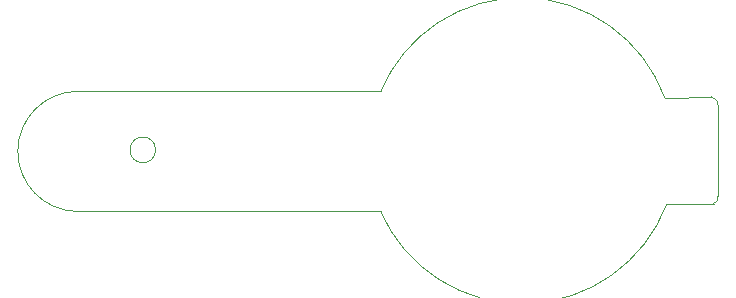
<source format=gm1>
%TF.GenerationSoftware,KiCad,Pcbnew,8.0.7*%
%TF.CreationDate,2025-01-27T17:03:56+05:30*%
%TF.ProjectId,Project 1 LED Torch,50726f6a-6563-4742-9031-204c45442054,rev?*%
%TF.SameCoordinates,Original*%
%TF.FileFunction,Profile,NP*%
%FSLAX46Y46*%
G04 Gerber Fmt 4.6, Leading zero omitted, Abs format (unit mm)*
G04 Created by KiCad (PCBNEW 8.0.7) date 2025-01-27 17:03:56*
%MOMM*%
%LPD*%
G01*
G04 APERTURE LIST*
%TA.AperFunction,Profile*%
%ADD10C,0.050000*%
%TD*%
G04 APERTURE END LIST*
D10*
X153875346Y-68559623D02*
G75*
G02*
X153517600Y-69189599I-451734J-160038D01*
G01*
X153314400Y-60147201D02*
G75*
G02*
X153934820Y-60990549I-152400J-761999D01*
G01*
X153934820Y-60990549D02*
X153875346Y-68559623D01*
X149556954Y-69226671D02*
X153517600Y-69189600D01*
X149381799Y-60219213D02*
X153314400Y-60147200D01*
X149556954Y-69226671D02*
G75*
G02*
X125323601Y-69850000I-12244554J4659871D01*
G01*
X125349001Y-59690000D02*
G75*
G02*
X149381799Y-60219213I11912599J-4978400D01*
G01*
X99568000Y-69850000D02*
X125323600Y-69850000D01*
X99574044Y-59689853D02*
X125349000Y-59690000D01*
X99568000Y-69850000D02*
G75*
G02*
X99574044Y-59689852I127000J5080000D01*
G01*
X106283882Y-64643000D02*
G75*
G02*
X104113706Y-64643000I-1085088J0D01*
G01*
X104113706Y-64643000D02*
G75*
G02*
X106283882Y-64643000I1085088J0D01*
G01*
M02*

</source>
